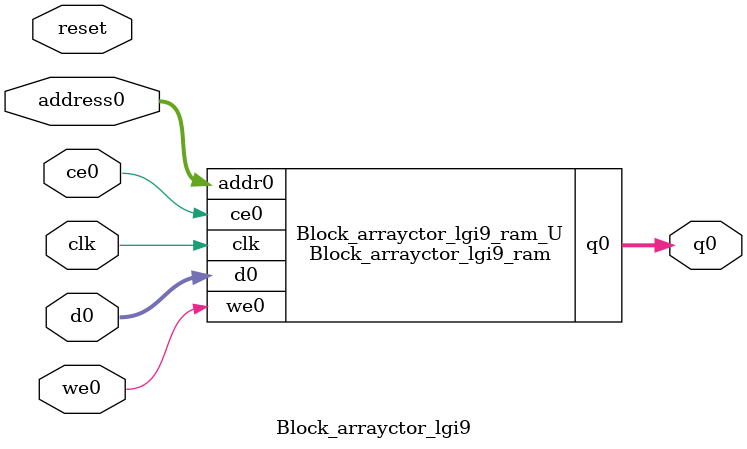
<source format=v>
`timescale 1 ns / 1 ps
module Block_arrayctor_lgi9_ram (addr0, ce0, d0, we0, q0,  clk);

parameter DWIDTH = 5;
parameter AWIDTH = 6;
parameter MEM_SIZE = 64;

input[AWIDTH-1:0] addr0;
input ce0;
input[DWIDTH-1:0] d0;
input we0;
output reg[DWIDTH-1:0] q0;
input clk;

(* ram_style = "distributed" *)reg [DWIDTH-1:0] ram[0:MEM_SIZE-1];




always @(posedge clk)  
begin 
    if (ce0) begin
        if (we0) 
            ram[addr0] <= d0; 
        q0 <= ram[addr0];
    end
end


endmodule

`timescale 1 ns / 1 ps
module Block_arrayctor_lgi9(
    reset,
    clk,
    address0,
    ce0,
    we0,
    d0,
    q0);

parameter DataWidth = 32'd5;
parameter AddressRange = 32'd64;
parameter AddressWidth = 32'd6;
input reset;
input clk;
input[AddressWidth - 1:0] address0;
input ce0;
input we0;
input[DataWidth - 1:0] d0;
output[DataWidth - 1:0] q0;



Block_arrayctor_lgi9_ram Block_arrayctor_lgi9_ram_U(
    .clk( clk ),
    .addr0( address0 ),
    .ce0( ce0 ),
    .we0( we0 ),
    .d0( d0 ),
    .q0( q0 ));

endmodule


</source>
